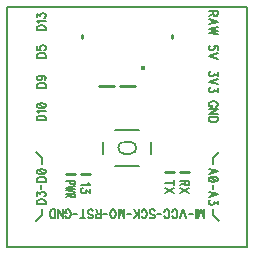
<source format=gto>
G04 DipTrace 2.4.0.2*
%INcleduino_V1_finial_TopSilk.gbr*%
%MOIN*%
%ADD10C,0.0098*%
%ADD11C,0.006*%
%ADD14C,0.008*%
%ADD16C,0.0158*%
%FSLAX44Y44*%
G04*
G70*
G90*
G75*
G01*
%LNTopSilk*%
%LPD*%
X8390Y9490D2*
D10*
X7890D1*
X6397Y6571D2*
X6083D1*
X10197Y6621D2*
X9883D1*
X9697D2*
X9383D1*
X6897Y6571D2*
X6583D1*
X7690Y9490D2*
X7190D1*
X7340Y7640D2*
D14*
Y7240D1*
X7740Y8040D2*
X8540D1*
X8940Y7640D2*
Y7240D1*
X7740Y6840D2*
X8540D1*
X8040Y7640D2*
X8240D1*
X8040Y7240D2*
X8240D1*
Y7640D2*
G02X8240Y7240I0J-200D01*
G01*
X8040Y7640D2*
G03X8040Y7240I0J-200D01*
G01*
X10990Y7090D2*
Y6890D1*
X11190Y4990D2*
X10990Y5190D1*
X11190Y7290D2*
X10990Y7090D1*
X4140Y12140D2*
X12140D1*
Y4140D1*
X4140D1*
Y12140D1*
X12140D1*
Y4140D1*
X4140D1*
Y12140D1*
X10990Y5190D2*
Y5390D1*
X5090Y4990D2*
X5290Y5190D1*
Y5390D1*
X5090Y7290D2*
X5290Y7090D1*
Y6890D1*
D16*
X8652Y10098D3*
X9636Y11094D2*
D10*
Y11188D1*
X6644Y11094D2*
Y11188D1*
X11011Y11988D2*
D11*
Y11885D1*
X11025Y11851D1*
X11040Y11839D1*
X11068Y11828D1*
X11097D1*
X11126Y11839D1*
X11140Y11851D1*
X11154Y11885D1*
Y11988D1*
X10853D1*
X11011Y11908D2*
X10853Y11828D1*
Y11548D2*
X11154Y11640D1*
X10853Y11732D1*
X10953Y11697D2*
Y11582D1*
X11154Y11452D2*
X10853Y11394D1*
X11154Y11337D1*
X10853Y11280D1*
X11154Y11222D1*
X11155Y10707D2*
Y10822D1*
X11026Y10833D1*
X11040Y10822D1*
X11055Y10787D1*
Y10753D1*
X11040Y10719D1*
X11012Y10696D1*
X10968Y10684D1*
X10940D1*
X10897Y10696D1*
X10868Y10719D1*
X10854Y10753D1*
Y10787D1*
X10868Y10822D1*
X10883Y10833D1*
X10911Y10845D1*
X11155Y10588D2*
X10854Y10496D1*
X11155Y10405D1*
X10057Y6347D2*
Y6244D1*
X10072Y6209D1*
X10086Y6197D1*
X10115Y6186D1*
X10144D1*
X10172Y6197D1*
X10187Y6209D1*
X10201Y6244D1*
Y6347D1*
X9900D1*
X10057Y6266D2*
X9900Y6186D1*
X10201Y6090D2*
X9900Y5929D1*
X10201D2*
X9900Y6090D1*
X9701Y6269D2*
X9400D1*
X9701Y6349D2*
Y6189D1*
Y6093D2*
X9400Y5932D1*
X9701D2*
X9400Y6093D1*
X6837Y6250D2*
X6851Y6226D1*
X6894Y6192D1*
X6593D1*
X6894Y6073D2*
Y5947D1*
X6779Y6016D1*
Y5981D1*
X6765Y5958D1*
X6751Y5947D1*
X6708Y5935D1*
X6679D1*
X6636Y5947D1*
X6607Y5970D1*
X6593Y6004D1*
Y6039D1*
X6607Y6073D1*
X6622Y6084D1*
X6650Y6096D1*
X6239Y6346D2*
Y6268D1*
X6254Y6242D1*
X6268Y6233D1*
X6297Y6225D1*
X6340D1*
X6368Y6233D1*
X6383Y6242D1*
X6397Y6268D1*
Y6346D1*
X6096D1*
X6397Y6153D2*
X6096Y6110D1*
X6397Y6067D1*
X6096Y6024D1*
X6397Y5981D1*
X6254Y5909D2*
Y5831D1*
X6268Y5805D1*
X6282Y5797D1*
X6311Y5788D1*
X6340D1*
X6368Y5797D1*
X6383Y5805D1*
X6397Y5831D1*
Y5909D1*
X6096D1*
X6254Y5848D2*
X6096Y5788D1*
X11155Y9966D2*
Y9840D1*
X11040Y9909D1*
Y9875D1*
X11026Y9852D1*
X11012Y9840D1*
X10969Y9829D1*
X10940D1*
X10897Y9840D1*
X10868Y9863D1*
X10854Y9898D1*
Y9932D1*
X10868Y9966D1*
X10883Y9978D1*
X10911Y9989D1*
X11156Y9733D2*
X10854Y9641D1*
X11156Y9549D1*
X11155Y9430D2*
Y9304D1*
X11040Y9373D1*
Y9338D1*
X11026Y9315D1*
X11012Y9304D1*
X10969Y9292D1*
X10940D1*
X10897Y9304D1*
X10868Y9327D1*
X10854Y9361D1*
Y9396D1*
X10868Y9430D1*
X10883Y9441D1*
X10911Y9453D1*
X11084Y8812D2*
X11113Y8823D1*
X11142Y8846D1*
X11156Y8869D1*
Y8915D1*
X11142Y8938D1*
X11113Y8961D1*
X11084Y8972D1*
X11041Y8984D1*
X10969D1*
X10927Y8972D1*
X10898Y8961D1*
X10869Y8938D1*
X10855Y8915D1*
Y8869D1*
X10869Y8846D1*
X10898Y8823D1*
X10927Y8812D1*
X10969D1*
Y8869D1*
X11156Y8555D2*
X10855D1*
X11156Y8716D1*
X10855D1*
X11156Y8459D2*
X10855D1*
Y8378D1*
X10869Y8344D1*
X10898Y8321D1*
X10927Y8309D1*
X10969Y8298D1*
X11041D1*
X11084Y8309D1*
X11113Y8321D1*
X11142Y8344D1*
X11156Y8378D1*
Y8459D1*
X10853Y6561D2*
X11154Y6653D1*
X10853Y6745D1*
X10953Y6710D2*
Y6596D1*
X11154Y6396D2*
X11140Y6431D1*
X11096Y6454D1*
X11025Y6465D1*
X10982D1*
X10910Y6454D1*
X10867Y6431D1*
X10853Y6396D1*
Y6373D1*
X10867Y6339D1*
X10910Y6316D1*
X10982Y6304D1*
X11025D1*
X11096Y6316D1*
X11140Y6339D1*
X11154Y6373D1*
Y6396D1*
X11096Y6316D2*
X10910Y6454D1*
X11003Y6208D2*
Y6076D1*
X10853Y5796D2*
X11154Y5888D1*
X10853Y5980D1*
X10953Y5945D2*
Y5830D1*
X11154Y5677D2*
Y5551D1*
X11039Y5619D1*
Y5585D1*
X11025Y5562D1*
X11011Y5551D1*
X10967Y5539D1*
X10939D1*
X10896Y5551D1*
X10867Y5574D1*
X10853Y5608D1*
Y5642D1*
X10867Y5677D1*
X10882Y5688D1*
X10910Y5700D1*
X10514Y5385D2*
Y5084D1*
X10605Y5385D1*
X10697Y5084D1*
Y5385D1*
X10418Y5084D2*
Y5385D1*
X10322Y5235D2*
X10189D1*
X10093Y5084D2*
X10001Y5385D1*
X9909Y5084D1*
X9641Y5155D2*
X9653Y5127D1*
X9676Y5098D1*
X9698Y5084D1*
X9744D1*
X9767Y5098D1*
X9790Y5127D1*
X9802Y5155D1*
X9813Y5198D1*
Y5270D1*
X9802Y5313D1*
X9790Y5342D1*
X9767Y5371D1*
X9744Y5385D1*
X9698D1*
X9676Y5371D1*
X9653Y5342D1*
X9641Y5313D1*
X9373Y5155D2*
X9384Y5127D1*
X9407Y5098D1*
X9430Y5084D1*
X9476D1*
X9499Y5098D1*
X9522Y5127D1*
X9534Y5155D1*
X9545Y5198D1*
Y5270D1*
X9534Y5313D1*
X9522Y5342D1*
X9499Y5371D1*
X9476Y5385D1*
X9430D1*
X9407Y5371D1*
X9384Y5342D1*
X9373Y5313D1*
X9277Y5235D2*
X9144D1*
X8888Y5127D2*
X8910Y5098D1*
X8945Y5084D1*
X8991D1*
X9025Y5098D1*
X9048Y5127D1*
Y5155D1*
X9037Y5184D1*
X9025Y5198D1*
X9002Y5213D1*
X8933Y5242D1*
X8910Y5256D1*
X8899Y5270D1*
X8888Y5299D1*
Y5342D1*
X8910Y5371D1*
X8945Y5385D1*
X8991D1*
X9025Y5371D1*
X9048Y5342D1*
X8619Y5155D2*
X8631Y5127D1*
X8654Y5098D1*
X8677Y5084D1*
X8723D1*
X8746Y5098D1*
X8768Y5127D1*
X8780Y5155D1*
X8792Y5198D1*
Y5270D1*
X8780Y5313D1*
X8768Y5342D1*
X8746Y5371D1*
X8723Y5385D1*
X8677D1*
X8654Y5371D1*
X8631Y5342D1*
X8619Y5313D1*
X8523Y5084D2*
Y5385D1*
X8363Y5084D2*
X8523Y5285D1*
X8466Y5213D2*
X8363Y5385D1*
X8267Y5235D2*
X8134D1*
X7854Y5385D2*
Y5084D1*
X7946Y5385D1*
X8038Y5084D1*
Y5385D1*
X7689Y5084D2*
X7712Y5098D1*
X7735Y5127D1*
X7747Y5155D1*
X7758Y5198D1*
Y5270D1*
X7747Y5313D1*
X7735Y5342D1*
X7712Y5371D1*
X7689Y5385D1*
X7643D1*
X7621Y5371D1*
X7598Y5342D1*
X7586Y5313D1*
X7575Y5270D1*
Y5198D1*
X7586Y5155D1*
X7598Y5127D1*
X7621Y5098D1*
X7643Y5084D1*
X7689D1*
X7479Y5235D2*
X7346D1*
X7250Y5227D2*
X7147D1*
X7112Y5213D1*
X7101Y5198D1*
X7089Y5170D1*
Y5141D1*
X7101Y5113D1*
X7112Y5098D1*
X7147Y5084D1*
X7250D1*
Y5385D1*
X7170Y5227D2*
X7089Y5385D1*
X6833Y5127D2*
X6855Y5098D1*
X6890Y5084D1*
X6936D1*
X6970Y5098D1*
X6993Y5127D1*
Y5155D1*
X6982Y5184D1*
X6970Y5198D1*
X6947Y5213D1*
X6878Y5242D1*
X6855Y5256D1*
X6844Y5270D1*
X6833Y5299D1*
Y5342D1*
X6855Y5371D1*
X6890Y5385D1*
X6936D1*
X6970Y5371D1*
X6993Y5342D1*
X6656Y5084D2*
Y5385D1*
X6737Y5084D2*
X6576D1*
X6480Y5235D2*
X6347D1*
X6079Y5155D2*
X6090Y5127D1*
X6113Y5098D1*
X6136Y5084D1*
X6182D1*
X6205Y5098D1*
X6228Y5127D1*
X6240Y5155D1*
X6251Y5198D1*
Y5270D1*
X6240Y5313D1*
X6228Y5342D1*
X6205Y5371D1*
X6182Y5385D1*
X6136D1*
X6113Y5371D1*
X6090Y5342D1*
X6079Y5313D1*
Y5270D1*
X6136D1*
X5822Y5084D2*
Y5385D1*
X5983Y5084D1*
Y5385D1*
X5726Y5084D2*
Y5385D1*
X5646D1*
X5611Y5371D1*
X5588Y5342D1*
X5577Y5313D1*
X5565Y5270D1*
Y5198D1*
X5577Y5155D1*
X5588Y5127D1*
X5611Y5098D1*
X5646Y5084D1*
X5726D1*
X5125Y5559D2*
X5427D1*
Y5640D1*
X5412Y5674D1*
X5383Y5697D1*
X5355Y5709D1*
X5312Y5720D1*
X5240D1*
X5197Y5709D1*
X5168Y5697D1*
X5139Y5674D1*
X5125Y5640D1*
Y5559D1*
Y5839D2*
Y5965D1*
X5240Y5896D1*
Y5931D1*
X5254Y5954D1*
X5269Y5965D1*
X5312Y5977D1*
X5340D1*
X5383Y5965D1*
X5412Y5942D1*
X5427Y5908D1*
Y5873D1*
X5412Y5839D1*
X5398Y5828D1*
X5369Y5816D1*
X5276Y6073D2*
Y6206D1*
X5125Y6302D2*
X5427D1*
Y6382D1*
X5412Y6416D1*
X5383Y6439D1*
X5355Y6451D1*
X5312Y6462D1*
X5240D1*
X5197Y6451D1*
X5168Y6439D1*
X5139Y6416D1*
X5125Y6382D1*
Y6302D1*
Y6627D2*
X5140Y6593D1*
X5183Y6570D1*
X5254Y6558D1*
X5298D1*
X5369Y6570D1*
X5412Y6593D1*
X5427Y6627D1*
Y6650D1*
X5412Y6685D1*
X5369Y6707D1*
X5298Y6719D1*
X5254D1*
X5183Y6707D1*
X5140Y6685D1*
X5125Y6650D1*
Y6627D1*
X5183Y6707D2*
X5369Y6570D1*
X5125Y11355D2*
X5426D1*
Y11435D1*
X5411Y11470D1*
X5383Y11493D1*
X5354Y11504D1*
X5311Y11516D1*
X5239D1*
X5196Y11504D1*
X5168Y11493D1*
X5139Y11470D1*
X5125Y11435D1*
Y11355D1*
X5182Y11612D2*
X5168Y11635D1*
X5125Y11669D1*
X5426D1*
X5125Y11788D2*
Y11914D1*
X5240Y11846D1*
Y11880D1*
X5254Y11903D1*
X5268Y11914D1*
X5311Y11926D1*
X5340D1*
X5383Y11914D1*
X5412Y11892D1*
X5426Y11857D1*
Y11823D1*
X5412Y11788D1*
X5397Y11777D1*
X5369Y11765D1*
X5126Y8354D2*
X5427D1*
Y8434D1*
X5413Y8469D1*
X5384Y8492D1*
X5355Y8503D1*
X5313Y8514D1*
X5241D1*
X5197Y8503D1*
X5169Y8492D1*
X5140Y8469D1*
X5126Y8434D1*
Y8354D1*
X5184Y8610D2*
X5169Y8633D1*
X5126Y8668D1*
X5427D1*
X5126Y8833D2*
X5140Y8798D1*
X5184Y8775D1*
X5255Y8764D1*
X5298D1*
X5370Y8775D1*
X5413Y8798D1*
X5427Y8833D1*
Y8856D1*
X5413Y8890D1*
X5370Y8913D1*
X5298Y8925D1*
X5255D1*
X5184Y8913D1*
X5140Y8890D1*
X5126Y8856D1*
Y8833D1*
X5184Y8913D2*
X5370Y8775D1*
X5124Y9436D2*
X5426D1*
Y9517D1*
X5411Y9551D1*
X5383Y9574D1*
X5354Y9585D1*
X5311Y9597D1*
X5239D1*
X5196Y9585D1*
X5167Y9574D1*
X5138Y9551D1*
X5124Y9517D1*
Y9436D1*
X5225Y9842D2*
X5268Y9831D1*
X5297Y9808D1*
X5311Y9773D1*
Y9762D1*
X5297Y9727D1*
X5268Y9705D1*
X5225Y9693D1*
X5210D1*
X5167Y9705D1*
X5139Y9727D1*
X5125Y9762D1*
Y9773D1*
X5139Y9808D1*
X5167Y9831D1*
X5225Y9842D1*
X5297D1*
X5368Y9831D1*
X5411Y9808D1*
X5426Y9773D1*
Y9750D1*
X5411Y9716D1*
X5383Y9705D1*
X5125Y10433D2*
X5427D1*
Y10513D1*
X5412Y10548D1*
X5383Y10571D1*
X5355Y10582D1*
X5312Y10594D1*
X5240D1*
X5197Y10582D1*
X5168Y10571D1*
X5139Y10548D1*
X5125Y10513D1*
Y10433D1*
Y10828D2*
Y10713D1*
X5254Y10701D1*
X5240Y10713D1*
X5226Y10747D1*
Y10782D1*
X5240Y10816D1*
X5269Y10839D1*
X5312Y10851D1*
X5340D1*
X5383Y10839D1*
X5412Y10816D1*
X5427Y10782D1*
Y10747D1*
X5412Y10713D1*
X5398Y10701D1*
X5369Y10690D1*
M02*

</source>
